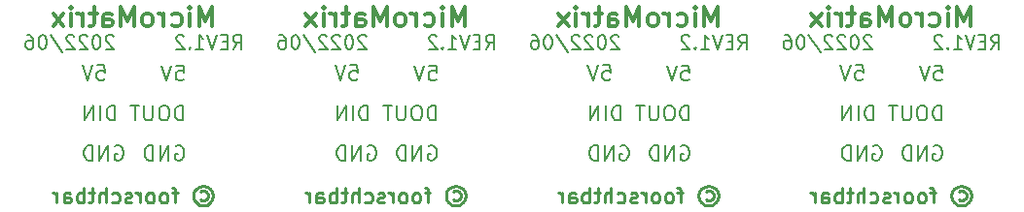
<source format=gbo>
G04 #@! TF.GenerationSoftware,KiCad,Pcbnew,(6.0.5)*
G04 #@! TF.CreationDate,2022-06-20T16:53:07+02:00*
G04 #@! TF.ProjectId,MicroMatrix_Panel,4d696372-6f4d-4617-9472-69785f50616e,1.2*
G04 #@! TF.SameCoordinates,Original*
G04 #@! TF.FileFunction,Legend,Bot*
G04 #@! TF.FilePolarity,Positive*
%FSLAX46Y46*%
G04 Gerber Fmt 4.6, Leading zero omitted, Abs format (unit mm)*
G04 Created by KiCad (PCBNEW (6.0.5)) date 2022-06-20 16:53:07*
%MOMM*%
%LPD*%
G01*
G04 APERTURE LIST*
%ADD10C,0.200000*%
%ADD11C,0.250000*%
%ADD12C,0.300000*%
G04 APERTURE END LIST*
D10*
X28735714Y-28788095D02*
X29354761Y-28788095D01*
X29416666Y-29407142D01*
X29354761Y-29345238D01*
X29230952Y-29283333D01*
X28921428Y-29283333D01*
X28797618Y-29345238D01*
X28735714Y-29407142D01*
X28673809Y-29530952D01*
X28673809Y-29840476D01*
X28735714Y-29964285D01*
X28797618Y-30026190D01*
X28921428Y-30088095D01*
X29230952Y-30088095D01*
X29354761Y-30026190D01*
X29416666Y-29964285D01*
X28302380Y-28788095D02*
X27869047Y-30088095D01*
X27435714Y-28788095D01*
X50735714Y-28788095D02*
X51354761Y-28788095D01*
X51416666Y-29407142D01*
X51354761Y-29345238D01*
X51230952Y-29283333D01*
X50921428Y-29283333D01*
X50797618Y-29345238D01*
X50735714Y-29407142D01*
X50673809Y-29530952D01*
X50673809Y-29840476D01*
X50735714Y-29964285D01*
X50797618Y-30026190D01*
X50921428Y-30088095D01*
X51230952Y-30088095D01*
X51354761Y-30026190D01*
X51416666Y-29964285D01*
X50302380Y-28788095D02*
X49869047Y-30088095D01*
X49435714Y-28788095D01*
X72735714Y-28788095D02*
X73354761Y-28788095D01*
X73416666Y-29407142D01*
X73354761Y-29345238D01*
X73230952Y-29283333D01*
X72921428Y-29283333D01*
X72797618Y-29345238D01*
X72735714Y-29407142D01*
X72673809Y-29530952D01*
X72673809Y-29840476D01*
X72735714Y-29964285D01*
X72797618Y-30026190D01*
X72921428Y-30088095D01*
X73230952Y-30088095D01*
X73354761Y-30026190D01*
X73416666Y-29964285D01*
X72302380Y-28788095D02*
X71869047Y-30088095D01*
X71435714Y-28788095D01*
X94735714Y-28788095D02*
X95354761Y-28788095D01*
X95416666Y-29407142D01*
X95354761Y-29345238D01*
X95230952Y-29283333D01*
X94921428Y-29283333D01*
X94797618Y-29345238D01*
X94735714Y-29407142D01*
X94673809Y-29530952D01*
X94673809Y-29840476D01*
X94735714Y-29964285D01*
X94797618Y-30026190D01*
X94921428Y-30088095D01*
X95230952Y-30088095D01*
X95354761Y-30026190D01*
X95416666Y-29964285D01*
X94302380Y-28788095D02*
X93869047Y-30088095D01*
X93435714Y-28788095D01*
X33673571Y-27342857D02*
X34073571Y-26771428D01*
X34359285Y-27342857D02*
X34359285Y-26142857D01*
X33902142Y-26142857D01*
X33787857Y-26200000D01*
X33730714Y-26257142D01*
X33673571Y-26371428D01*
X33673571Y-26542857D01*
X33730714Y-26657142D01*
X33787857Y-26714285D01*
X33902142Y-26771428D01*
X34359285Y-26771428D01*
X33159285Y-26714285D02*
X32759285Y-26714285D01*
X32587857Y-27342857D02*
X33159285Y-27342857D01*
X33159285Y-26142857D01*
X32587857Y-26142857D01*
X32245000Y-26142857D02*
X31845000Y-27342857D01*
X31445000Y-26142857D01*
X30416428Y-27342857D02*
X31102142Y-27342857D01*
X30759285Y-27342857D02*
X30759285Y-26142857D01*
X30873571Y-26314285D01*
X30987857Y-26428571D01*
X31102142Y-26485714D01*
X29902142Y-27228571D02*
X29845000Y-27285714D01*
X29902142Y-27342857D01*
X29959285Y-27285714D01*
X29902142Y-27228571D01*
X29902142Y-27342857D01*
X29387857Y-26257142D02*
X29330714Y-26200000D01*
X29216428Y-26142857D01*
X28930714Y-26142857D01*
X28816428Y-26200000D01*
X28759285Y-26257142D01*
X28702142Y-26371428D01*
X28702142Y-26485714D01*
X28759285Y-26657142D01*
X29445000Y-27342857D01*
X28702142Y-27342857D01*
X55673571Y-27342857D02*
X56073571Y-26771428D01*
X56359285Y-27342857D02*
X56359285Y-26142857D01*
X55902142Y-26142857D01*
X55787857Y-26200000D01*
X55730714Y-26257142D01*
X55673571Y-26371428D01*
X55673571Y-26542857D01*
X55730714Y-26657142D01*
X55787857Y-26714285D01*
X55902142Y-26771428D01*
X56359285Y-26771428D01*
X55159285Y-26714285D02*
X54759285Y-26714285D01*
X54587857Y-27342857D02*
X55159285Y-27342857D01*
X55159285Y-26142857D01*
X54587857Y-26142857D01*
X54245000Y-26142857D02*
X53845000Y-27342857D01*
X53445000Y-26142857D01*
X52416428Y-27342857D02*
X53102142Y-27342857D01*
X52759285Y-27342857D02*
X52759285Y-26142857D01*
X52873571Y-26314285D01*
X52987857Y-26428571D01*
X53102142Y-26485714D01*
X51902142Y-27228571D02*
X51845000Y-27285714D01*
X51902142Y-27342857D01*
X51959285Y-27285714D01*
X51902142Y-27228571D01*
X51902142Y-27342857D01*
X51387857Y-26257142D02*
X51330714Y-26200000D01*
X51216428Y-26142857D01*
X50930714Y-26142857D01*
X50816428Y-26200000D01*
X50759285Y-26257142D01*
X50702142Y-26371428D01*
X50702142Y-26485714D01*
X50759285Y-26657142D01*
X51445000Y-27342857D01*
X50702142Y-27342857D01*
X77673571Y-27342857D02*
X78073571Y-26771428D01*
X78359285Y-27342857D02*
X78359285Y-26142857D01*
X77902142Y-26142857D01*
X77787857Y-26200000D01*
X77730714Y-26257142D01*
X77673571Y-26371428D01*
X77673571Y-26542857D01*
X77730714Y-26657142D01*
X77787857Y-26714285D01*
X77902142Y-26771428D01*
X78359285Y-26771428D01*
X77159285Y-26714285D02*
X76759285Y-26714285D01*
X76587857Y-27342857D02*
X77159285Y-27342857D01*
X77159285Y-26142857D01*
X76587857Y-26142857D01*
X76245000Y-26142857D02*
X75845000Y-27342857D01*
X75445000Y-26142857D01*
X74416428Y-27342857D02*
X75102142Y-27342857D01*
X74759285Y-27342857D02*
X74759285Y-26142857D01*
X74873571Y-26314285D01*
X74987857Y-26428571D01*
X75102142Y-26485714D01*
X73902142Y-27228571D02*
X73845000Y-27285714D01*
X73902142Y-27342857D01*
X73959285Y-27285714D01*
X73902142Y-27228571D01*
X73902142Y-27342857D01*
X73387857Y-26257142D02*
X73330714Y-26200000D01*
X73216428Y-26142857D01*
X72930714Y-26142857D01*
X72816428Y-26200000D01*
X72759285Y-26257142D01*
X72702142Y-26371428D01*
X72702142Y-26485714D01*
X72759285Y-26657142D01*
X73445000Y-27342857D01*
X72702142Y-27342857D01*
X99673571Y-27342857D02*
X100073571Y-26771428D01*
X100359285Y-27342857D02*
X100359285Y-26142857D01*
X99902142Y-26142857D01*
X99787857Y-26200000D01*
X99730714Y-26257142D01*
X99673571Y-26371428D01*
X99673571Y-26542857D01*
X99730714Y-26657142D01*
X99787857Y-26714285D01*
X99902142Y-26771428D01*
X100359285Y-26771428D01*
X99159285Y-26714285D02*
X98759285Y-26714285D01*
X98587857Y-27342857D02*
X99159285Y-27342857D01*
X99159285Y-26142857D01*
X98587857Y-26142857D01*
X98245000Y-26142857D02*
X97845000Y-27342857D01*
X97445000Y-26142857D01*
X96416428Y-27342857D02*
X97102142Y-27342857D01*
X96759285Y-27342857D02*
X96759285Y-26142857D01*
X96873571Y-26314285D01*
X96987857Y-26428571D01*
X97102142Y-26485714D01*
X95902142Y-27228571D02*
X95845000Y-27285714D01*
X95902142Y-27342857D01*
X95959285Y-27285714D01*
X95902142Y-27228571D01*
X95902142Y-27342857D01*
X95387857Y-26257142D02*
X95330714Y-26200000D01*
X95216428Y-26142857D01*
X94930714Y-26142857D01*
X94816428Y-26200000D01*
X94759285Y-26257142D01*
X94702142Y-26371428D01*
X94702142Y-26485714D01*
X94759285Y-26657142D01*
X95445000Y-27342857D01*
X94702142Y-27342857D01*
X21853809Y-28768095D02*
X22472857Y-28768095D01*
X22534761Y-29387142D01*
X22472857Y-29325238D01*
X22349047Y-29263333D01*
X22039523Y-29263333D01*
X21915714Y-29325238D01*
X21853809Y-29387142D01*
X21791904Y-29510952D01*
X21791904Y-29820476D01*
X21853809Y-29944285D01*
X21915714Y-30006190D01*
X22039523Y-30068095D01*
X22349047Y-30068095D01*
X22472857Y-30006190D01*
X22534761Y-29944285D01*
X21420476Y-28768095D02*
X20987142Y-30068095D01*
X20553809Y-28768095D01*
X43853809Y-28768095D02*
X44472857Y-28768095D01*
X44534761Y-29387142D01*
X44472857Y-29325238D01*
X44349047Y-29263333D01*
X44039523Y-29263333D01*
X43915714Y-29325238D01*
X43853809Y-29387142D01*
X43791904Y-29510952D01*
X43791904Y-29820476D01*
X43853809Y-29944285D01*
X43915714Y-30006190D01*
X44039523Y-30068095D01*
X44349047Y-30068095D01*
X44472857Y-30006190D01*
X44534761Y-29944285D01*
X43420476Y-28768095D02*
X42987142Y-30068095D01*
X42553809Y-28768095D01*
X65853809Y-28768095D02*
X66472857Y-28768095D01*
X66534761Y-29387142D01*
X66472857Y-29325238D01*
X66349047Y-29263333D01*
X66039523Y-29263333D01*
X65915714Y-29325238D01*
X65853809Y-29387142D01*
X65791904Y-29510952D01*
X65791904Y-29820476D01*
X65853809Y-29944285D01*
X65915714Y-30006190D01*
X66039523Y-30068095D01*
X66349047Y-30068095D01*
X66472857Y-30006190D01*
X66534761Y-29944285D01*
X65420476Y-28768095D02*
X64987142Y-30068095D01*
X64553809Y-28768095D01*
X87853809Y-28768095D02*
X88472857Y-28768095D01*
X88534761Y-29387142D01*
X88472857Y-29325238D01*
X88349047Y-29263333D01*
X88039523Y-29263333D01*
X87915714Y-29325238D01*
X87853809Y-29387142D01*
X87791904Y-29510952D01*
X87791904Y-29820476D01*
X87853809Y-29944285D01*
X87915714Y-30006190D01*
X88039523Y-30068095D01*
X88349047Y-30068095D01*
X88472857Y-30006190D01*
X88534761Y-29944285D01*
X87420476Y-28768095D02*
X86987142Y-30068095D01*
X86553809Y-28768095D01*
D11*
X30819047Y-39797619D02*
X30942857Y-39735714D01*
X31190476Y-39735714D01*
X31314285Y-39797619D01*
X31438095Y-39921428D01*
X31500000Y-40045238D01*
X31500000Y-40292857D01*
X31438095Y-40416666D01*
X31314285Y-40540476D01*
X31190476Y-40602380D01*
X30942857Y-40602380D01*
X30819047Y-40540476D01*
X31066666Y-39302380D02*
X31376190Y-39364285D01*
X31685714Y-39550000D01*
X31871428Y-39859523D01*
X31933333Y-40169047D01*
X31871428Y-40478571D01*
X31685714Y-40788095D01*
X31376190Y-40973809D01*
X31066666Y-41035714D01*
X30757142Y-40973809D01*
X30447619Y-40788095D01*
X30261904Y-40478571D01*
X30200000Y-40169047D01*
X30261904Y-39859523D01*
X30447619Y-39550000D01*
X30757142Y-39364285D01*
X31066666Y-39302380D01*
X28838095Y-39921428D02*
X28342857Y-39921428D01*
X28652380Y-40788095D02*
X28652380Y-39673809D01*
X28590476Y-39550000D01*
X28466666Y-39488095D01*
X28342857Y-39488095D01*
X27723809Y-40788095D02*
X27847619Y-40726190D01*
X27909523Y-40664285D01*
X27971428Y-40540476D01*
X27971428Y-40169047D01*
X27909523Y-40045238D01*
X27847619Y-39983333D01*
X27723809Y-39921428D01*
X27538095Y-39921428D01*
X27414285Y-39983333D01*
X27352380Y-40045238D01*
X27290476Y-40169047D01*
X27290476Y-40540476D01*
X27352380Y-40664285D01*
X27414285Y-40726190D01*
X27538095Y-40788095D01*
X27723809Y-40788095D01*
X26547619Y-40788095D02*
X26671428Y-40726190D01*
X26733333Y-40664285D01*
X26795238Y-40540476D01*
X26795238Y-40169047D01*
X26733333Y-40045238D01*
X26671428Y-39983333D01*
X26547619Y-39921428D01*
X26361904Y-39921428D01*
X26238095Y-39983333D01*
X26176190Y-40045238D01*
X26114285Y-40169047D01*
X26114285Y-40540476D01*
X26176190Y-40664285D01*
X26238095Y-40726190D01*
X26361904Y-40788095D01*
X26547619Y-40788095D01*
X25557142Y-40788095D02*
X25557142Y-39921428D01*
X25557142Y-40169047D02*
X25495238Y-40045238D01*
X25433333Y-39983333D01*
X25309523Y-39921428D01*
X25185714Y-39921428D01*
X24814285Y-40726190D02*
X24690476Y-40788095D01*
X24442857Y-40788095D01*
X24319047Y-40726190D01*
X24257142Y-40602380D01*
X24257142Y-40540476D01*
X24319047Y-40416666D01*
X24442857Y-40354761D01*
X24628571Y-40354761D01*
X24752380Y-40292857D01*
X24814285Y-40169047D01*
X24814285Y-40107142D01*
X24752380Y-39983333D01*
X24628571Y-39921428D01*
X24442857Y-39921428D01*
X24319047Y-39983333D01*
X23142857Y-40726190D02*
X23266666Y-40788095D01*
X23514285Y-40788095D01*
X23638095Y-40726190D01*
X23700000Y-40664285D01*
X23761904Y-40540476D01*
X23761904Y-40169047D01*
X23700000Y-40045238D01*
X23638095Y-39983333D01*
X23514285Y-39921428D01*
X23266666Y-39921428D01*
X23142857Y-39983333D01*
X22585714Y-40788095D02*
X22585714Y-39488095D01*
X22028571Y-40788095D02*
X22028571Y-40107142D01*
X22090476Y-39983333D01*
X22214285Y-39921428D01*
X22400000Y-39921428D01*
X22523809Y-39983333D01*
X22585714Y-40045238D01*
X21595238Y-39921428D02*
X21100000Y-39921428D01*
X21409523Y-39488095D02*
X21409523Y-40602380D01*
X21347619Y-40726190D01*
X21223809Y-40788095D01*
X21100000Y-40788095D01*
X20666666Y-40788095D02*
X20666666Y-39488095D01*
X20666666Y-39983333D02*
X20542857Y-39921428D01*
X20295238Y-39921428D01*
X20171428Y-39983333D01*
X20109523Y-40045238D01*
X20047619Y-40169047D01*
X20047619Y-40540476D01*
X20109523Y-40664285D01*
X20171428Y-40726190D01*
X20295238Y-40788095D01*
X20542857Y-40788095D01*
X20666666Y-40726190D01*
X18933333Y-40788095D02*
X18933333Y-40107142D01*
X18995238Y-39983333D01*
X19119047Y-39921428D01*
X19366666Y-39921428D01*
X19490476Y-39983333D01*
X18933333Y-40726190D02*
X19057142Y-40788095D01*
X19366666Y-40788095D01*
X19490476Y-40726190D01*
X19552380Y-40602380D01*
X19552380Y-40478571D01*
X19490476Y-40354761D01*
X19366666Y-40292857D01*
X19057142Y-40292857D01*
X18933333Y-40230952D01*
X18314285Y-40788095D02*
X18314285Y-39921428D01*
X18314285Y-40169047D02*
X18252380Y-40045238D01*
X18190476Y-39983333D01*
X18066666Y-39921428D01*
X17942857Y-39921428D01*
X74819047Y-39797619D02*
X74942857Y-39735714D01*
X75190476Y-39735714D01*
X75314285Y-39797619D01*
X75438095Y-39921428D01*
X75500000Y-40045238D01*
X75500000Y-40292857D01*
X75438095Y-40416666D01*
X75314285Y-40540476D01*
X75190476Y-40602380D01*
X74942857Y-40602380D01*
X74819047Y-40540476D01*
X75066666Y-39302380D02*
X75376190Y-39364285D01*
X75685714Y-39550000D01*
X75871428Y-39859523D01*
X75933333Y-40169047D01*
X75871428Y-40478571D01*
X75685714Y-40788095D01*
X75376190Y-40973809D01*
X75066666Y-41035714D01*
X74757142Y-40973809D01*
X74447619Y-40788095D01*
X74261904Y-40478571D01*
X74200000Y-40169047D01*
X74261904Y-39859523D01*
X74447619Y-39550000D01*
X74757142Y-39364285D01*
X75066666Y-39302380D01*
X72838095Y-39921428D02*
X72342857Y-39921428D01*
X72652380Y-40788095D02*
X72652380Y-39673809D01*
X72590476Y-39550000D01*
X72466666Y-39488095D01*
X72342857Y-39488095D01*
X71723809Y-40788095D02*
X71847619Y-40726190D01*
X71909523Y-40664285D01*
X71971428Y-40540476D01*
X71971428Y-40169047D01*
X71909523Y-40045238D01*
X71847619Y-39983333D01*
X71723809Y-39921428D01*
X71538095Y-39921428D01*
X71414285Y-39983333D01*
X71352380Y-40045238D01*
X71290476Y-40169047D01*
X71290476Y-40540476D01*
X71352380Y-40664285D01*
X71414285Y-40726190D01*
X71538095Y-40788095D01*
X71723809Y-40788095D01*
X70547619Y-40788095D02*
X70671428Y-40726190D01*
X70733333Y-40664285D01*
X70795238Y-40540476D01*
X70795238Y-40169047D01*
X70733333Y-40045238D01*
X70671428Y-39983333D01*
X70547619Y-39921428D01*
X70361904Y-39921428D01*
X70238095Y-39983333D01*
X70176190Y-40045238D01*
X70114285Y-40169047D01*
X70114285Y-40540476D01*
X70176190Y-40664285D01*
X70238095Y-40726190D01*
X70361904Y-40788095D01*
X70547619Y-40788095D01*
X69557142Y-40788095D02*
X69557142Y-39921428D01*
X69557142Y-40169047D02*
X69495238Y-40045238D01*
X69433333Y-39983333D01*
X69309523Y-39921428D01*
X69185714Y-39921428D01*
X68814285Y-40726190D02*
X68690476Y-40788095D01*
X68442857Y-40788095D01*
X68319047Y-40726190D01*
X68257142Y-40602380D01*
X68257142Y-40540476D01*
X68319047Y-40416666D01*
X68442857Y-40354761D01*
X68628571Y-40354761D01*
X68752380Y-40292857D01*
X68814285Y-40169047D01*
X68814285Y-40107142D01*
X68752380Y-39983333D01*
X68628571Y-39921428D01*
X68442857Y-39921428D01*
X68319047Y-39983333D01*
X67142857Y-40726190D02*
X67266666Y-40788095D01*
X67514285Y-40788095D01*
X67638095Y-40726190D01*
X67700000Y-40664285D01*
X67761904Y-40540476D01*
X67761904Y-40169047D01*
X67700000Y-40045238D01*
X67638095Y-39983333D01*
X67514285Y-39921428D01*
X67266666Y-39921428D01*
X67142857Y-39983333D01*
X66585714Y-40788095D02*
X66585714Y-39488095D01*
X66028571Y-40788095D02*
X66028571Y-40107142D01*
X66090476Y-39983333D01*
X66214285Y-39921428D01*
X66400000Y-39921428D01*
X66523809Y-39983333D01*
X66585714Y-40045238D01*
X65595238Y-39921428D02*
X65100000Y-39921428D01*
X65409523Y-39488095D02*
X65409523Y-40602380D01*
X65347619Y-40726190D01*
X65223809Y-40788095D01*
X65100000Y-40788095D01*
X64666666Y-40788095D02*
X64666666Y-39488095D01*
X64666666Y-39983333D02*
X64542857Y-39921428D01*
X64295238Y-39921428D01*
X64171428Y-39983333D01*
X64109523Y-40045238D01*
X64047619Y-40169047D01*
X64047619Y-40540476D01*
X64109523Y-40664285D01*
X64171428Y-40726190D01*
X64295238Y-40788095D01*
X64542857Y-40788095D01*
X64666666Y-40726190D01*
X62933333Y-40788095D02*
X62933333Y-40107142D01*
X62995238Y-39983333D01*
X63119047Y-39921428D01*
X63366666Y-39921428D01*
X63490476Y-39983333D01*
X62933333Y-40726190D02*
X63057142Y-40788095D01*
X63366666Y-40788095D01*
X63490476Y-40726190D01*
X63552380Y-40602380D01*
X63552380Y-40478571D01*
X63490476Y-40354761D01*
X63366666Y-40292857D01*
X63057142Y-40292857D01*
X62933333Y-40230952D01*
X62314285Y-40788095D02*
X62314285Y-39921428D01*
X62314285Y-40169047D02*
X62252380Y-40045238D01*
X62190476Y-39983333D01*
X62066666Y-39921428D01*
X61942857Y-39921428D01*
X52819047Y-39797619D02*
X52942857Y-39735714D01*
X53190476Y-39735714D01*
X53314285Y-39797619D01*
X53438095Y-39921428D01*
X53500000Y-40045238D01*
X53500000Y-40292857D01*
X53438095Y-40416666D01*
X53314285Y-40540476D01*
X53190476Y-40602380D01*
X52942857Y-40602380D01*
X52819047Y-40540476D01*
X53066666Y-39302380D02*
X53376190Y-39364285D01*
X53685714Y-39550000D01*
X53871428Y-39859523D01*
X53933333Y-40169047D01*
X53871428Y-40478571D01*
X53685714Y-40788095D01*
X53376190Y-40973809D01*
X53066666Y-41035714D01*
X52757142Y-40973809D01*
X52447619Y-40788095D01*
X52261904Y-40478571D01*
X52200000Y-40169047D01*
X52261904Y-39859523D01*
X52447619Y-39550000D01*
X52757142Y-39364285D01*
X53066666Y-39302380D01*
X50838095Y-39921428D02*
X50342857Y-39921428D01*
X50652380Y-40788095D02*
X50652380Y-39673809D01*
X50590476Y-39550000D01*
X50466666Y-39488095D01*
X50342857Y-39488095D01*
X49723809Y-40788095D02*
X49847619Y-40726190D01*
X49909523Y-40664285D01*
X49971428Y-40540476D01*
X49971428Y-40169047D01*
X49909523Y-40045238D01*
X49847619Y-39983333D01*
X49723809Y-39921428D01*
X49538095Y-39921428D01*
X49414285Y-39983333D01*
X49352380Y-40045238D01*
X49290476Y-40169047D01*
X49290476Y-40540476D01*
X49352380Y-40664285D01*
X49414285Y-40726190D01*
X49538095Y-40788095D01*
X49723809Y-40788095D01*
X48547619Y-40788095D02*
X48671428Y-40726190D01*
X48733333Y-40664285D01*
X48795238Y-40540476D01*
X48795238Y-40169047D01*
X48733333Y-40045238D01*
X48671428Y-39983333D01*
X48547619Y-39921428D01*
X48361904Y-39921428D01*
X48238095Y-39983333D01*
X48176190Y-40045238D01*
X48114285Y-40169047D01*
X48114285Y-40540476D01*
X48176190Y-40664285D01*
X48238095Y-40726190D01*
X48361904Y-40788095D01*
X48547619Y-40788095D01*
X47557142Y-40788095D02*
X47557142Y-39921428D01*
X47557142Y-40169047D02*
X47495238Y-40045238D01*
X47433333Y-39983333D01*
X47309523Y-39921428D01*
X47185714Y-39921428D01*
X46814285Y-40726190D02*
X46690476Y-40788095D01*
X46442857Y-40788095D01*
X46319047Y-40726190D01*
X46257142Y-40602380D01*
X46257142Y-40540476D01*
X46319047Y-40416666D01*
X46442857Y-40354761D01*
X46628571Y-40354761D01*
X46752380Y-40292857D01*
X46814285Y-40169047D01*
X46814285Y-40107142D01*
X46752380Y-39983333D01*
X46628571Y-39921428D01*
X46442857Y-39921428D01*
X46319047Y-39983333D01*
X45142857Y-40726190D02*
X45266666Y-40788095D01*
X45514285Y-40788095D01*
X45638095Y-40726190D01*
X45700000Y-40664285D01*
X45761904Y-40540476D01*
X45761904Y-40169047D01*
X45700000Y-40045238D01*
X45638095Y-39983333D01*
X45514285Y-39921428D01*
X45266666Y-39921428D01*
X45142857Y-39983333D01*
X44585714Y-40788095D02*
X44585714Y-39488095D01*
X44028571Y-40788095D02*
X44028571Y-40107142D01*
X44090476Y-39983333D01*
X44214285Y-39921428D01*
X44400000Y-39921428D01*
X44523809Y-39983333D01*
X44585714Y-40045238D01*
X43595238Y-39921428D02*
X43100000Y-39921428D01*
X43409523Y-39488095D02*
X43409523Y-40602380D01*
X43347619Y-40726190D01*
X43223809Y-40788095D01*
X43100000Y-40788095D01*
X42666666Y-40788095D02*
X42666666Y-39488095D01*
X42666666Y-39983333D02*
X42542857Y-39921428D01*
X42295238Y-39921428D01*
X42171428Y-39983333D01*
X42109523Y-40045238D01*
X42047619Y-40169047D01*
X42047619Y-40540476D01*
X42109523Y-40664285D01*
X42171428Y-40726190D01*
X42295238Y-40788095D01*
X42542857Y-40788095D01*
X42666666Y-40726190D01*
X40933333Y-40788095D02*
X40933333Y-40107142D01*
X40995238Y-39983333D01*
X41119047Y-39921428D01*
X41366666Y-39921428D01*
X41490476Y-39983333D01*
X40933333Y-40726190D02*
X41057142Y-40788095D01*
X41366666Y-40788095D01*
X41490476Y-40726190D01*
X41552380Y-40602380D01*
X41552380Y-40478571D01*
X41490476Y-40354761D01*
X41366666Y-40292857D01*
X41057142Y-40292857D01*
X40933333Y-40230952D01*
X40314285Y-40788095D02*
X40314285Y-39921428D01*
X40314285Y-40169047D02*
X40252380Y-40045238D01*
X40190476Y-39983333D01*
X40066666Y-39921428D01*
X39942857Y-39921428D01*
X96819047Y-39797619D02*
X96942857Y-39735714D01*
X97190476Y-39735714D01*
X97314285Y-39797619D01*
X97438095Y-39921428D01*
X97500000Y-40045238D01*
X97500000Y-40292857D01*
X97438095Y-40416666D01*
X97314285Y-40540476D01*
X97190476Y-40602380D01*
X96942857Y-40602380D01*
X96819047Y-40540476D01*
X97066666Y-39302380D02*
X97376190Y-39364285D01*
X97685714Y-39550000D01*
X97871428Y-39859523D01*
X97933333Y-40169047D01*
X97871428Y-40478571D01*
X97685714Y-40788095D01*
X97376190Y-40973809D01*
X97066666Y-41035714D01*
X96757142Y-40973809D01*
X96447619Y-40788095D01*
X96261904Y-40478571D01*
X96200000Y-40169047D01*
X96261904Y-39859523D01*
X96447619Y-39550000D01*
X96757142Y-39364285D01*
X97066666Y-39302380D01*
X94838095Y-39921428D02*
X94342857Y-39921428D01*
X94652380Y-40788095D02*
X94652380Y-39673809D01*
X94590476Y-39550000D01*
X94466666Y-39488095D01*
X94342857Y-39488095D01*
X93723809Y-40788095D02*
X93847619Y-40726190D01*
X93909523Y-40664285D01*
X93971428Y-40540476D01*
X93971428Y-40169047D01*
X93909523Y-40045238D01*
X93847619Y-39983333D01*
X93723809Y-39921428D01*
X93538095Y-39921428D01*
X93414285Y-39983333D01*
X93352380Y-40045238D01*
X93290476Y-40169047D01*
X93290476Y-40540476D01*
X93352380Y-40664285D01*
X93414285Y-40726190D01*
X93538095Y-40788095D01*
X93723809Y-40788095D01*
X92547619Y-40788095D02*
X92671428Y-40726190D01*
X92733333Y-40664285D01*
X92795238Y-40540476D01*
X92795238Y-40169047D01*
X92733333Y-40045238D01*
X92671428Y-39983333D01*
X92547619Y-39921428D01*
X92361904Y-39921428D01*
X92238095Y-39983333D01*
X92176190Y-40045238D01*
X92114285Y-40169047D01*
X92114285Y-40540476D01*
X92176190Y-40664285D01*
X92238095Y-40726190D01*
X92361904Y-40788095D01*
X92547619Y-40788095D01*
X91557142Y-40788095D02*
X91557142Y-39921428D01*
X91557142Y-40169047D02*
X91495238Y-40045238D01*
X91433333Y-39983333D01*
X91309523Y-39921428D01*
X91185714Y-39921428D01*
X90814285Y-40726190D02*
X90690476Y-40788095D01*
X90442857Y-40788095D01*
X90319047Y-40726190D01*
X90257142Y-40602380D01*
X90257142Y-40540476D01*
X90319047Y-40416666D01*
X90442857Y-40354761D01*
X90628571Y-40354761D01*
X90752380Y-40292857D01*
X90814285Y-40169047D01*
X90814285Y-40107142D01*
X90752380Y-39983333D01*
X90628571Y-39921428D01*
X90442857Y-39921428D01*
X90319047Y-39983333D01*
X89142857Y-40726190D02*
X89266666Y-40788095D01*
X89514285Y-40788095D01*
X89638095Y-40726190D01*
X89699999Y-40664285D01*
X89761904Y-40540476D01*
X89761904Y-40169047D01*
X89699999Y-40045238D01*
X89638095Y-39983333D01*
X89514285Y-39921428D01*
X89266666Y-39921428D01*
X89142857Y-39983333D01*
X88585714Y-40788095D02*
X88585714Y-39488095D01*
X88028571Y-40788095D02*
X88028571Y-40107142D01*
X88090476Y-39983333D01*
X88214285Y-39921428D01*
X88399999Y-39921428D01*
X88523809Y-39983333D01*
X88585714Y-40045238D01*
X87595238Y-39921428D02*
X87099999Y-39921428D01*
X87409523Y-39488095D02*
X87409523Y-40602380D01*
X87347619Y-40726190D01*
X87223809Y-40788095D01*
X87099999Y-40788095D01*
X86666666Y-40788095D02*
X86666666Y-39488095D01*
X86666666Y-39983333D02*
X86542857Y-39921428D01*
X86295238Y-39921428D01*
X86171428Y-39983333D01*
X86109523Y-40045238D01*
X86047619Y-40169047D01*
X86047619Y-40540476D01*
X86109523Y-40664285D01*
X86171428Y-40726190D01*
X86295238Y-40788095D01*
X86542857Y-40788095D01*
X86666666Y-40726190D01*
X84933333Y-40788095D02*
X84933333Y-40107142D01*
X84995238Y-39983333D01*
X85119047Y-39921428D01*
X85366666Y-39921428D01*
X85490476Y-39983333D01*
X84933333Y-40726190D02*
X85057142Y-40788095D01*
X85366666Y-40788095D01*
X85490476Y-40726190D01*
X85552380Y-40602380D01*
X85552380Y-40478571D01*
X85490476Y-40354761D01*
X85366666Y-40292857D01*
X85057142Y-40292857D01*
X84933333Y-40230952D01*
X84314285Y-40788095D02*
X84314285Y-39921428D01*
X84314285Y-40169047D02*
X84252380Y-40045238D01*
X84190476Y-39983333D01*
X84066666Y-39921428D01*
X83942857Y-39921428D01*
D10*
X23401428Y-33588095D02*
X23401428Y-32288095D01*
X23091904Y-32288095D01*
X22906190Y-32350000D01*
X22782380Y-32473809D01*
X22720476Y-32597619D01*
X22658571Y-32845238D01*
X22658571Y-33030952D01*
X22720476Y-33278571D01*
X22782380Y-33402380D01*
X22906190Y-33526190D01*
X23091904Y-33588095D01*
X23401428Y-33588095D01*
X22101428Y-33588095D02*
X22101428Y-32288095D01*
X21482380Y-33588095D02*
X21482380Y-32288095D01*
X20739523Y-33588095D01*
X20739523Y-32288095D01*
X67401428Y-33588095D02*
X67401428Y-32288095D01*
X67091904Y-32288095D01*
X66906190Y-32350000D01*
X66782380Y-32473809D01*
X66720476Y-32597619D01*
X66658571Y-32845238D01*
X66658571Y-33030952D01*
X66720476Y-33278571D01*
X66782380Y-33402380D01*
X66906190Y-33526190D01*
X67091904Y-33588095D01*
X67401428Y-33588095D01*
X66101428Y-33588095D02*
X66101428Y-32288095D01*
X65482380Y-33588095D02*
X65482380Y-32288095D01*
X64739523Y-33588095D01*
X64739523Y-32288095D01*
X45401428Y-33588095D02*
X45401428Y-32288095D01*
X45091904Y-32288095D01*
X44906190Y-32350000D01*
X44782380Y-32473809D01*
X44720476Y-32597619D01*
X44658571Y-32845238D01*
X44658571Y-33030952D01*
X44720476Y-33278571D01*
X44782380Y-33402380D01*
X44906190Y-33526190D01*
X45091904Y-33588095D01*
X45401428Y-33588095D01*
X44101428Y-33588095D02*
X44101428Y-32288095D01*
X43482380Y-33588095D02*
X43482380Y-32288095D01*
X42739523Y-33588095D01*
X42739523Y-32288095D01*
X89401428Y-33588095D02*
X89401428Y-32288095D01*
X89091904Y-32288095D01*
X88906190Y-32350000D01*
X88782380Y-32473809D01*
X88720476Y-32597619D01*
X88658571Y-32845238D01*
X88658571Y-33030952D01*
X88720476Y-33278571D01*
X88782380Y-33402380D01*
X88906190Y-33526190D01*
X89091904Y-33588095D01*
X89401428Y-33588095D01*
X88101428Y-33588095D02*
X88101428Y-32288095D01*
X87482380Y-33588095D02*
X87482380Y-32288095D01*
X86739523Y-33588095D01*
X86739523Y-32288095D01*
X29334761Y-33588095D02*
X29334761Y-32288095D01*
X29025238Y-32288095D01*
X28839523Y-32350000D01*
X28715714Y-32473809D01*
X28653809Y-32597619D01*
X28591904Y-32845238D01*
X28591904Y-33030952D01*
X28653809Y-33278571D01*
X28715714Y-33402380D01*
X28839523Y-33526190D01*
X29025238Y-33588095D01*
X29334761Y-33588095D01*
X27787142Y-32288095D02*
X27539523Y-32288095D01*
X27415714Y-32350000D01*
X27291904Y-32473809D01*
X27230000Y-32721428D01*
X27230000Y-33154761D01*
X27291904Y-33402380D01*
X27415714Y-33526190D01*
X27539523Y-33588095D01*
X27787142Y-33588095D01*
X27910952Y-33526190D01*
X28034761Y-33402380D01*
X28096666Y-33154761D01*
X28096666Y-32721428D01*
X28034761Y-32473809D01*
X27910952Y-32350000D01*
X27787142Y-32288095D01*
X26672857Y-32288095D02*
X26672857Y-33340476D01*
X26610952Y-33464285D01*
X26549047Y-33526190D01*
X26425238Y-33588095D01*
X26177619Y-33588095D01*
X26053809Y-33526190D01*
X25991904Y-33464285D01*
X25930000Y-33340476D01*
X25930000Y-32288095D01*
X25496666Y-32288095D02*
X24753809Y-32288095D01*
X25125238Y-33588095D02*
X25125238Y-32288095D01*
X73334761Y-33588095D02*
X73334761Y-32288095D01*
X73025238Y-32288095D01*
X72839523Y-32350000D01*
X72715714Y-32473809D01*
X72653809Y-32597619D01*
X72591904Y-32845238D01*
X72591904Y-33030952D01*
X72653809Y-33278571D01*
X72715714Y-33402380D01*
X72839523Y-33526190D01*
X73025238Y-33588095D01*
X73334761Y-33588095D01*
X71787142Y-32288095D02*
X71539523Y-32288095D01*
X71415714Y-32350000D01*
X71291904Y-32473809D01*
X71230000Y-32721428D01*
X71230000Y-33154761D01*
X71291904Y-33402380D01*
X71415714Y-33526190D01*
X71539523Y-33588095D01*
X71787142Y-33588095D01*
X71910952Y-33526190D01*
X72034761Y-33402380D01*
X72096666Y-33154761D01*
X72096666Y-32721428D01*
X72034761Y-32473809D01*
X71910952Y-32350000D01*
X71787142Y-32288095D01*
X70672857Y-32288095D02*
X70672857Y-33340476D01*
X70610952Y-33464285D01*
X70549047Y-33526190D01*
X70425238Y-33588095D01*
X70177619Y-33588095D01*
X70053809Y-33526190D01*
X69991904Y-33464285D01*
X69930000Y-33340476D01*
X69930000Y-32288095D01*
X69496666Y-32288095D02*
X68753809Y-32288095D01*
X69125238Y-33588095D02*
X69125238Y-32288095D01*
X51334761Y-33588095D02*
X51334761Y-32288095D01*
X51025238Y-32288095D01*
X50839523Y-32350000D01*
X50715714Y-32473809D01*
X50653809Y-32597619D01*
X50591904Y-32845238D01*
X50591904Y-33030952D01*
X50653809Y-33278571D01*
X50715714Y-33402380D01*
X50839523Y-33526190D01*
X51025238Y-33588095D01*
X51334761Y-33588095D01*
X49787142Y-32288095D02*
X49539523Y-32288095D01*
X49415714Y-32350000D01*
X49291904Y-32473809D01*
X49230000Y-32721428D01*
X49230000Y-33154761D01*
X49291904Y-33402380D01*
X49415714Y-33526190D01*
X49539523Y-33588095D01*
X49787142Y-33588095D01*
X49910952Y-33526190D01*
X50034761Y-33402380D01*
X50096666Y-33154761D01*
X50096666Y-32721428D01*
X50034761Y-32473809D01*
X49910952Y-32350000D01*
X49787142Y-32288095D01*
X48672857Y-32288095D02*
X48672857Y-33340476D01*
X48610952Y-33464285D01*
X48549047Y-33526190D01*
X48425238Y-33588095D01*
X48177619Y-33588095D01*
X48053809Y-33526190D01*
X47991904Y-33464285D01*
X47930000Y-33340476D01*
X47930000Y-32288095D01*
X47496666Y-32288095D02*
X46753809Y-32288095D01*
X47125238Y-33588095D02*
X47125238Y-32288095D01*
X95334761Y-33588095D02*
X95334761Y-32288095D01*
X95025238Y-32288095D01*
X94839523Y-32350000D01*
X94715714Y-32473809D01*
X94653809Y-32597619D01*
X94591904Y-32845238D01*
X94591904Y-33030952D01*
X94653809Y-33278571D01*
X94715714Y-33402380D01*
X94839523Y-33526190D01*
X95025238Y-33588095D01*
X95334761Y-33588095D01*
X93787142Y-32288095D02*
X93539523Y-32288095D01*
X93415714Y-32350000D01*
X93291904Y-32473809D01*
X93230000Y-32721428D01*
X93230000Y-33154761D01*
X93291904Y-33402380D01*
X93415714Y-33526190D01*
X93539523Y-33588095D01*
X93787142Y-33588095D01*
X93910952Y-33526190D01*
X94034761Y-33402380D01*
X94096666Y-33154761D01*
X94096666Y-32721428D01*
X94034761Y-32473809D01*
X93910952Y-32350000D01*
X93787142Y-32288095D01*
X92672857Y-32288095D02*
X92672857Y-33340476D01*
X92610952Y-33464285D01*
X92549047Y-33526190D01*
X92425238Y-33588095D01*
X92177619Y-33588095D01*
X92053809Y-33526190D01*
X91991904Y-33464285D01*
X91930000Y-33340476D01*
X91930000Y-32288095D01*
X91496666Y-32288095D02*
X90753809Y-32288095D01*
X91125238Y-33588095D02*
X91125238Y-32288095D01*
X23401428Y-35850000D02*
X23525238Y-35788095D01*
X23710952Y-35788095D01*
X23896666Y-35850000D01*
X24020476Y-35973809D01*
X24082380Y-36097619D01*
X24144285Y-36345238D01*
X24144285Y-36530952D01*
X24082380Y-36778571D01*
X24020476Y-36902380D01*
X23896666Y-37026190D01*
X23710952Y-37088095D01*
X23587142Y-37088095D01*
X23401428Y-37026190D01*
X23339523Y-36964285D01*
X23339523Y-36530952D01*
X23587142Y-36530952D01*
X22782380Y-37088095D02*
X22782380Y-35788095D01*
X22039523Y-37088095D01*
X22039523Y-35788095D01*
X21420476Y-37088095D02*
X21420476Y-35788095D01*
X21110952Y-35788095D01*
X20925238Y-35850000D01*
X20801428Y-35973809D01*
X20739523Y-36097619D01*
X20677619Y-36345238D01*
X20677619Y-36530952D01*
X20739523Y-36778571D01*
X20801428Y-36902380D01*
X20925238Y-37026190D01*
X21110952Y-37088095D01*
X21420476Y-37088095D01*
X45401428Y-35850000D02*
X45525238Y-35788095D01*
X45710952Y-35788095D01*
X45896666Y-35850000D01*
X46020476Y-35973809D01*
X46082380Y-36097619D01*
X46144285Y-36345238D01*
X46144285Y-36530952D01*
X46082380Y-36778571D01*
X46020476Y-36902380D01*
X45896666Y-37026190D01*
X45710952Y-37088095D01*
X45587142Y-37088095D01*
X45401428Y-37026190D01*
X45339523Y-36964285D01*
X45339523Y-36530952D01*
X45587142Y-36530952D01*
X44782380Y-37088095D02*
X44782380Y-35788095D01*
X44039523Y-37088095D01*
X44039523Y-35788095D01*
X43420476Y-37088095D02*
X43420476Y-35788095D01*
X43110952Y-35788095D01*
X42925238Y-35850000D01*
X42801428Y-35973809D01*
X42739523Y-36097619D01*
X42677619Y-36345238D01*
X42677619Y-36530952D01*
X42739523Y-36778571D01*
X42801428Y-36902380D01*
X42925238Y-37026190D01*
X43110952Y-37088095D01*
X43420476Y-37088095D01*
X67401428Y-35850000D02*
X67525238Y-35788095D01*
X67710952Y-35788095D01*
X67896666Y-35850000D01*
X68020476Y-35973809D01*
X68082380Y-36097619D01*
X68144285Y-36345238D01*
X68144285Y-36530952D01*
X68082380Y-36778571D01*
X68020476Y-36902380D01*
X67896666Y-37026190D01*
X67710952Y-37088095D01*
X67587142Y-37088095D01*
X67401428Y-37026190D01*
X67339523Y-36964285D01*
X67339523Y-36530952D01*
X67587142Y-36530952D01*
X66782380Y-37088095D02*
X66782380Y-35788095D01*
X66039523Y-37088095D01*
X66039523Y-35788095D01*
X65420476Y-37088095D02*
X65420476Y-35788095D01*
X65110952Y-35788095D01*
X64925238Y-35850000D01*
X64801428Y-35973809D01*
X64739523Y-36097619D01*
X64677619Y-36345238D01*
X64677619Y-36530952D01*
X64739523Y-36778571D01*
X64801428Y-36902380D01*
X64925238Y-37026190D01*
X65110952Y-37088095D01*
X65420476Y-37088095D01*
X89401428Y-35850000D02*
X89525238Y-35788095D01*
X89710952Y-35788095D01*
X89896666Y-35850000D01*
X90020476Y-35973809D01*
X90082380Y-36097619D01*
X90144285Y-36345238D01*
X90144285Y-36530952D01*
X90082380Y-36778571D01*
X90020476Y-36902380D01*
X89896666Y-37026190D01*
X89710952Y-37088095D01*
X89587142Y-37088095D01*
X89401428Y-37026190D01*
X89339523Y-36964285D01*
X89339523Y-36530952D01*
X89587142Y-36530952D01*
X88782380Y-37088095D02*
X88782380Y-35788095D01*
X88039523Y-37088095D01*
X88039523Y-35788095D01*
X87420476Y-37088095D02*
X87420476Y-35788095D01*
X87110952Y-35788095D01*
X86925238Y-35850000D01*
X86801428Y-35973809D01*
X86739523Y-36097619D01*
X86677619Y-36345238D01*
X86677619Y-36530952D01*
X86739523Y-36778571D01*
X86801428Y-36902380D01*
X86925238Y-37026190D01*
X87110952Y-37088095D01*
X87420476Y-37088095D01*
X28673809Y-35850000D02*
X28797618Y-35788095D01*
X28983333Y-35788095D01*
X29169047Y-35850000D01*
X29292856Y-35973809D01*
X29354761Y-36097619D01*
X29416666Y-36345238D01*
X29416666Y-36530952D01*
X29354761Y-36778571D01*
X29292856Y-36902380D01*
X29169047Y-37026190D01*
X28983333Y-37088095D01*
X28859523Y-37088095D01*
X28673809Y-37026190D01*
X28611904Y-36964285D01*
X28611904Y-36530952D01*
X28859523Y-36530952D01*
X28054761Y-37088095D02*
X28054761Y-35788095D01*
X27311904Y-37088095D01*
X27311904Y-35788095D01*
X26692856Y-37088095D02*
X26692856Y-35788095D01*
X26383333Y-35788095D01*
X26197618Y-35850000D01*
X26073809Y-35973809D01*
X26011904Y-36097619D01*
X25949999Y-36345238D01*
X25949999Y-36530952D01*
X26011904Y-36778571D01*
X26073809Y-36902380D01*
X26197618Y-37026190D01*
X26383333Y-37088095D01*
X26692856Y-37088095D01*
X50673809Y-35850000D02*
X50797618Y-35788095D01*
X50983333Y-35788095D01*
X51169047Y-35850000D01*
X51292856Y-35973809D01*
X51354761Y-36097619D01*
X51416666Y-36345238D01*
X51416666Y-36530952D01*
X51354761Y-36778571D01*
X51292856Y-36902380D01*
X51169047Y-37026190D01*
X50983333Y-37088095D01*
X50859523Y-37088095D01*
X50673809Y-37026190D01*
X50611904Y-36964285D01*
X50611904Y-36530952D01*
X50859523Y-36530952D01*
X50054761Y-37088095D02*
X50054761Y-35788095D01*
X49311904Y-37088095D01*
X49311904Y-35788095D01*
X48692856Y-37088095D02*
X48692856Y-35788095D01*
X48383333Y-35788095D01*
X48197618Y-35850000D01*
X48073809Y-35973809D01*
X48011904Y-36097619D01*
X47949999Y-36345238D01*
X47949999Y-36530952D01*
X48011904Y-36778571D01*
X48073809Y-36902380D01*
X48197618Y-37026190D01*
X48383333Y-37088095D01*
X48692856Y-37088095D01*
X72673809Y-35850000D02*
X72797618Y-35788095D01*
X72983333Y-35788095D01*
X73169047Y-35850000D01*
X73292856Y-35973809D01*
X73354761Y-36097619D01*
X73416666Y-36345238D01*
X73416666Y-36530952D01*
X73354761Y-36778571D01*
X73292856Y-36902380D01*
X73169047Y-37026190D01*
X72983333Y-37088095D01*
X72859523Y-37088095D01*
X72673809Y-37026190D01*
X72611904Y-36964285D01*
X72611904Y-36530952D01*
X72859523Y-36530952D01*
X72054761Y-37088095D02*
X72054761Y-35788095D01*
X71311904Y-37088095D01*
X71311904Y-35788095D01*
X70692856Y-37088095D02*
X70692856Y-35788095D01*
X70383333Y-35788095D01*
X70197618Y-35850000D01*
X70073809Y-35973809D01*
X70011904Y-36097619D01*
X69949999Y-36345238D01*
X69949999Y-36530952D01*
X70011904Y-36778571D01*
X70073809Y-36902380D01*
X70197618Y-37026190D01*
X70383333Y-37088095D01*
X70692856Y-37088095D01*
X94673809Y-35850000D02*
X94797618Y-35788095D01*
X94983333Y-35788095D01*
X95169047Y-35850000D01*
X95292856Y-35973809D01*
X95354761Y-36097619D01*
X95416666Y-36345238D01*
X95416666Y-36530952D01*
X95354761Y-36778571D01*
X95292856Y-36902380D01*
X95169047Y-37026190D01*
X94983333Y-37088095D01*
X94859523Y-37088095D01*
X94673809Y-37026190D01*
X94611904Y-36964285D01*
X94611904Y-36530952D01*
X94859523Y-36530952D01*
X94054761Y-37088095D02*
X94054761Y-35788095D01*
X93311904Y-37088095D01*
X93311904Y-35788095D01*
X92692856Y-37088095D02*
X92692856Y-35788095D01*
X92383333Y-35788095D01*
X92197618Y-35850000D01*
X92073809Y-35973809D01*
X92011904Y-36097619D01*
X91949999Y-36345238D01*
X91949999Y-36530952D01*
X92011904Y-36778571D01*
X92073809Y-36902380D01*
X92197618Y-37026190D01*
X92383333Y-37088095D01*
X92692856Y-37088095D01*
D12*
X31840476Y-25369047D02*
X31840476Y-23669047D01*
X31273809Y-24883333D01*
X30707142Y-23669047D01*
X30707142Y-25369047D01*
X29897619Y-25369047D02*
X29897619Y-24235714D01*
X29897619Y-23669047D02*
X29978571Y-23750000D01*
X29897619Y-23830952D01*
X29816666Y-23750000D01*
X29897619Y-23669047D01*
X29897619Y-23830952D01*
X28359523Y-25288095D02*
X28521428Y-25369047D01*
X28845238Y-25369047D01*
X29007142Y-25288095D01*
X29088095Y-25207142D01*
X29169047Y-25045238D01*
X29169047Y-24559523D01*
X29088095Y-24397619D01*
X29007142Y-24316666D01*
X28845238Y-24235714D01*
X28521428Y-24235714D01*
X28359523Y-24316666D01*
X27630952Y-25369047D02*
X27630952Y-24235714D01*
X27630952Y-24559523D02*
X27550000Y-24397619D01*
X27469047Y-24316666D01*
X27307142Y-24235714D01*
X27145238Y-24235714D01*
X26335714Y-25369047D02*
X26497619Y-25288095D01*
X26578571Y-25207142D01*
X26659523Y-25045238D01*
X26659523Y-24559523D01*
X26578571Y-24397619D01*
X26497619Y-24316666D01*
X26335714Y-24235714D01*
X26092857Y-24235714D01*
X25930952Y-24316666D01*
X25850000Y-24397619D01*
X25769047Y-24559523D01*
X25769047Y-25045238D01*
X25850000Y-25207142D01*
X25930952Y-25288095D01*
X26092857Y-25369047D01*
X26335714Y-25369047D01*
X25040476Y-25369047D02*
X25040476Y-23669047D01*
X24473809Y-24883333D01*
X23907142Y-23669047D01*
X23907142Y-25369047D01*
X22369047Y-25369047D02*
X22369047Y-24478571D01*
X22450000Y-24316666D01*
X22611904Y-24235714D01*
X22935714Y-24235714D01*
X23097619Y-24316666D01*
X22369047Y-25288095D02*
X22530952Y-25369047D01*
X22935714Y-25369047D01*
X23097619Y-25288095D01*
X23178571Y-25126190D01*
X23178571Y-24964285D01*
X23097619Y-24802380D01*
X22935714Y-24721428D01*
X22530952Y-24721428D01*
X22369047Y-24640476D01*
X21802380Y-24235714D02*
X21154761Y-24235714D01*
X21559523Y-23669047D02*
X21559523Y-25126190D01*
X21478571Y-25288095D01*
X21316666Y-25369047D01*
X21154761Y-25369047D01*
X20588095Y-25369047D02*
X20588095Y-24235714D01*
X20588095Y-24559523D02*
X20507142Y-24397619D01*
X20426190Y-24316666D01*
X20264285Y-24235714D01*
X20102380Y-24235714D01*
X19535714Y-25369047D02*
X19535714Y-24235714D01*
X19535714Y-23669047D02*
X19616666Y-23750000D01*
X19535714Y-23830952D01*
X19454761Y-23750000D01*
X19535714Y-23669047D01*
X19535714Y-23830952D01*
X18888095Y-25369047D02*
X17997619Y-24235714D01*
X18888095Y-24235714D02*
X17997619Y-25369047D01*
X53840476Y-25369047D02*
X53840476Y-23669047D01*
X53273809Y-24883333D01*
X52707142Y-23669047D01*
X52707142Y-25369047D01*
X51897619Y-25369047D02*
X51897619Y-24235714D01*
X51897619Y-23669047D02*
X51978571Y-23750000D01*
X51897619Y-23830952D01*
X51816666Y-23750000D01*
X51897619Y-23669047D01*
X51897619Y-23830952D01*
X50359523Y-25288095D02*
X50521428Y-25369047D01*
X50845238Y-25369047D01*
X51007142Y-25288095D01*
X51088095Y-25207142D01*
X51169047Y-25045238D01*
X51169047Y-24559523D01*
X51088095Y-24397619D01*
X51007142Y-24316666D01*
X50845238Y-24235714D01*
X50521428Y-24235714D01*
X50359523Y-24316666D01*
X49630952Y-25369047D02*
X49630952Y-24235714D01*
X49630952Y-24559523D02*
X49550000Y-24397619D01*
X49469047Y-24316666D01*
X49307142Y-24235714D01*
X49145238Y-24235714D01*
X48335714Y-25369047D02*
X48497619Y-25288095D01*
X48578571Y-25207142D01*
X48659523Y-25045238D01*
X48659523Y-24559523D01*
X48578571Y-24397619D01*
X48497619Y-24316666D01*
X48335714Y-24235714D01*
X48092857Y-24235714D01*
X47930952Y-24316666D01*
X47850000Y-24397619D01*
X47769047Y-24559523D01*
X47769047Y-25045238D01*
X47850000Y-25207142D01*
X47930952Y-25288095D01*
X48092857Y-25369047D01*
X48335714Y-25369047D01*
X47040476Y-25369047D02*
X47040476Y-23669047D01*
X46473809Y-24883333D01*
X45907142Y-23669047D01*
X45907142Y-25369047D01*
X44369047Y-25369047D02*
X44369047Y-24478571D01*
X44450000Y-24316666D01*
X44611904Y-24235714D01*
X44935714Y-24235714D01*
X45097619Y-24316666D01*
X44369047Y-25288095D02*
X44530952Y-25369047D01*
X44935714Y-25369047D01*
X45097619Y-25288095D01*
X45178571Y-25126190D01*
X45178571Y-24964285D01*
X45097619Y-24802380D01*
X44935714Y-24721428D01*
X44530952Y-24721428D01*
X44369047Y-24640476D01*
X43802380Y-24235714D02*
X43154761Y-24235714D01*
X43559523Y-23669047D02*
X43559523Y-25126190D01*
X43478571Y-25288095D01*
X43316666Y-25369047D01*
X43154761Y-25369047D01*
X42588095Y-25369047D02*
X42588095Y-24235714D01*
X42588095Y-24559523D02*
X42507142Y-24397619D01*
X42426190Y-24316666D01*
X42264285Y-24235714D01*
X42102380Y-24235714D01*
X41535714Y-25369047D02*
X41535714Y-24235714D01*
X41535714Y-23669047D02*
X41616666Y-23750000D01*
X41535714Y-23830952D01*
X41454761Y-23750000D01*
X41535714Y-23669047D01*
X41535714Y-23830952D01*
X40888095Y-25369047D02*
X39997619Y-24235714D01*
X40888095Y-24235714D02*
X39997619Y-25369047D01*
X75840476Y-25369047D02*
X75840476Y-23669047D01*
X75273809Y-24883333D01*
X74707142Y-23669047D01*
X74707142Y-25369047D01*
X73897619Y-25369047D02*
X73897619Y-24235714D01*
X73897619Y-23669047D02*
X73978571Y-23750000D01*
X73897619Y-23830952D01*
X73816666Y-23750000D01*
X73897619Y-23669047D01*
X73897619Y-23830952D01*
X72359523Y-25288095D02*
X72521428Y-25369047D01*
X72845238Y-25369047D01*
X73007142Y-25288095D01*
X73088095Y-25207142D01*
X73169047Y-25045238D01*
X73169047Y-24559523D01*
X73088095Y-24397619D01*
X73007142Y-24316666D01*
X72845238Y-24235714D01*
X72521428Y-24235714D01*
X72359523Y-24316666D01*
X71630952Y-25369047D02*
X71630952Y-24235714D01*
X71630952Y-24559523D02*
X71550000Y-24397619D01*
X71469047Y-24316666D01*
X71307142Y-24235714D01*
X71145238Y-24235714D01*
X70335714Y-25369047D02*
X70497619Y-25288095D01*
X70578571Y-25207142D01*
X70659523Y-25045238D01*
X70659523Y-24559523D01*
X70578571Y-24397619D01*
X70497619Y-24316666D01*
X70335714Y-24235714D01*
X70092857Y-24235714D01*
X69930952Y-24316666D01*
X69850000Y-24397619D01*
X69769047Y-24559523D01*
X69769047Y-25045238D01*
X69850000Y-25207142D01*
X69930952Y-25288095D01*
X70092857Y-25369047D01*
X70335714Y-25369047D01*
X69040476Y-25369047D02*
X69040476Y-23669047D01*
X68473809Y-24883333D01*
X67907142Y-23669047D01*
X67907142Y-25369047D01*
X66369047Y-25369047D02*
X66369047Y-24478571D01*
X66450000Y-24316666D01*
X66611904Y-24235714D01*
X66935714Y-24235714D01*
X67097619Y-24316666D01*
X66369047Y-25288095D02*
X66530952Y-25369047D01*
X66935714Y-25369047D01*
X67097619Y-25288095D01*
X67178571Y-25126190D01*
X67178571Y-24964285D01*
X67097619Y-24802380D01*
X66935714Y-24721428D01*
X66530952Y-24721428D01*
X66369047Y-24640476D01*
X65802380Y-24235714D02*
X65154761Y-24235714D01*
X65559523Y-23669047D02*
X65559523Y-25126190D01*
X65478571Y-25288095D01*
X65316666Y-25369047D01*
X65154761Y-25369047D01*
X64588095Y-25369047D02*
X64588095Y-24235714D01*
X64588095Y-24559523D02*
X64507142Y-24397619D01*
X64426190Y-24316666D01*
X64264285Y-24235714D01*
X64102380Y-24235714D01*
X63535714Y-25369047D02*
X63535714Y-24235714D01*
X63535714Y-23669047D02*
X63616666Y-23750000D01*
X63535714Y-23830952D01*
X63454761Y-23750000D01*
X63535714Y-23669047D01*
X63535714Y-23830952D01*
X62888095Y-25369047D02*
X61997619Y-24235714D01*
X62888095Y-24235714D02*
X61997619Y-25369047D01*
X97840476Y-25369047D02*
X97840476Y-23669047D01*
X97273809Y-24883333D01*
X96707142Y-23669047D01*
X96707142Y-25369047D01*
X95897619Y-25369047D02*
X95897619Y-24235714D01*
X95897619Y-23669047D02*
X95978571Y-23750000D01*
X95897619Y-23830952D01*
X95816666Y-23750000D01*
X95897619Y-23669047D01*
X95897619Y-23830952D01*
X94359523Y-25288095D02*
X94521428Y-25369047D01*
X94845238Y-25369047D01*
X95007142Y-25288095D01*
X95088095Y-25207142D01*
X95169047Y-25045238D01*
X95169047Y-24559523D01*
X95088095Y-24397619D01*
X95007142Y-24316666D01*
X94845238Y-24235714D01*
X94521428Y-24235714D01*
X94359523Y-24316666D01*
X93630952Y-25369047D02*
X93630952Y-24235714D01*
X93630952Y-24559523D02*
X93550000Y-24397619D01*
X93469047Y-24316666D01*
X93307142Y-24235714D01*
X93145238Y-24235714D01*
X92335714Y-25369047D02*
X92497619Y-25288095D01*
X92578571Y-25207142D01*
X92659523Y-25045238D01*
X92659523Y-24559523D01*
X92578571Y-24397619D01*
X92497619Y-24316666D01*
X92335714Y-24235714D01*
X92092857Y-24235714D01*
X91930952Y-24316666D01*
X91850000Y-24397619D01*
X91769047Y-24559523D01*
X91769047Y-25045238D01*
X91850000Y-25207142D01*
X91930952Y-25288095D01*
X92092857Y-25369047D01*
X92335714Y-25369047D01*
X91040476Y-25369047D02*
X91040476Y-23669047D01*
X90473809Y-24883333D01*
X89907142Y-23669047D01*
X89907142Y-25369047D01*
X88369047Y-25369047D02*
X88369047Y-24478571D01*
X88450000Y-24316666D01*
X88611904Y-24235714D01*
X88935714Y-24235714D01*
X89097619Y-24316666D01*
X88369047Y-25288095D02*
X88530952Y-25369047D01*
X88935714Y-25369047D01*
X89097619Y-25288095D01*
X89178571Y-25126190D01*
X89178571Y-24964285D01*
X89097619Y-24802380D01*
X88935714Y-24721428D01*
X88530952Y-24721428D01*
X88369047Y-24640476D01*
X87802380Y-24235714D02*
X87154761Y-24235714D01*
X87559523Y-23669047D02*
X87559523Y-25126190D01*
X87478571Y-25288095D01*
X87316666Y-25369047D01*
X87154761Y-25369047D01*
X86588095Y-25369047D02*
X86588095Y-24235714D01*
X86588095Y-24559523D02*
X86507142Y-24397619D01*
X86426190Y-24316666D01*
X86264285Y-24235714D01*
X86102380Y-24235714D01*
X85535714Y-25369047D02*
X85535714Y-24235714D01*
X85535714Y-23669047D02*
X85616666Y-23750000D01*
X85535714Y-23830952D01*
X85454761Y-23750000D01*
X85535714Y-23669047D01*
X85535714Y-23830952D01*
X84888095Y-25369047D02*
X83997619Y-24235714D01*
X84888095Y-24235714D02*
X83997619Y-25369047D01*
D10*
X23258571Y-26257142D02*
X23201428Y-26200000D01*
X23087142Y-26142857D01*
X22801428Y-26142857D01*
X22687142Y-26200000D01*
X22629999Y-26257142D01*
X22572857Y-26371428D01*
X22572857Y-26485714D01*
X22629999Y-26657142D01*
X23315714Y-27342857D01*
X22572857Y-27342857D01*
X21829999Y-26142857D02*
X21715714Y-26142857D01*
X21601428Y-26200000D01*
X21544285Y-26257142D01*
X21487142Y-26371428D01*
X21429999Y-26600000D01*
X21429999Y-26885714D01*
X21487142Y-27114285D01*
X21544285Y-27228571D01*
X21601428Y-27285714D01*
X21715714Y-27342857D01*
X21829999Y-27342857D01*
X21944285Y-27285714D01*
X22001428Y-27228571D01*
X22058571Y-27114285D01*
X22115714Y-26885714D01*
X22115714Y-26600000D01*
X22058571Y-26371428D01*
X22001428Y-26257142D01*
X21944285Y-26200000D01*
X21829999Y-26142857D01*
X20972857Y-26257142D02*
X20915714Y-26200000D01*
X20801428Y-26142857D01*
X20515714Y-26142857D01*
X20401428Y-26200000D01*
X20344285Y-26257142D01*
X20287142Y-26371428D01*
X20287142Y-26485714D01*
X20344285Y-26657142D01*
X21029999Y-27342857D01*
X20287142Y-27342857D01*
X19829999Y-26257142D02*
X19772857Y-26200000D01*
X19658571Y-26142857D01*
X19372857Y-26142857D01*
X19258571Y-26200000D01*
X19201428Y-26257142D01*
X19144285Y-26371428D01*
X19144285Y-26485714D01*
X19201428Y-26657142D01*
X19887142Y-27342857D01*
X19144285Y-27342857D01*
X17772857Y-26085714D02*
X18801428Y-27628571D01*
X17144285Y-26142857D02*
X17029999Y-26142857D01*
X16915714Y-26200000D01*
X16858571Y-26257142D01*
X16801428Y-26371428D01*
X16744285Y-26600000D01*
X16744285Y-26885714D01*
X16801428Y-27114285D01*
X16858571Y-27228571D01*
X16915714Y-27285714D01*
X17029999Y-27342857D01*
X17144285Y-27342857D01*
X17258571Y-27285714D01*
X17315714Y-27228571D01*
X17372857Y-27114285D01*
X17429999Y-26885714D01*
X17429999Y-26600000D01*
X17372857Y-26371428D01*
X17315714Y-26257142D01*
X17258571Y-26200000D01*
X17144285Y-26142857D01*
X15715714Y-26142857D02*
X15944285Y-26142857D01*
X16058571Y-26200000D01*
X16115714Y-26257142D01*
X16229999Y-26428571D01*
X16287142Y-26657142D01*
X16287142Y-27114285D01*
X16229999Y-27228571D01*
X16172857Y-27285714D01*
X16058571Y-27342857D01*
X15829999Y-27342857D01*
X15715714Y-27285714D01*
X15658571Y-27228571D01*
X15601428Y-27114285D01*
X15601428Y-26828571D01*
X15658571Y-26714285D01*
X15715714Y-26657142D01*
X15829999Y-26600000D01*
X16058571Y-26600000D01*
X16172857Y-26657142D01*
X16229999Y-26714285D01*
X16287142Y-26828571D01*
X45258571Y-26257142D02*
X45201428Y-26200000D01*
X45087142Y-26142857D01*
X44801428Y-26142857D01*
X44687142Y-26200000D01*
X44629999Y-26257142D01*
X44572857Y-26371428D01*
X44572857Y-26485714D01*
X44629999Y-26657142D01*
X45315714Y-27342857D01*
X44572857Y-27342857D01*
X43829999Y-26142857D02*
X43715714Y-26142857D01*
X43601428Y-26200000D01*
X43544285Y-26257142D01*
X43487142Y-26371428D01*
X43429999Y-26600000D01*
X43429999Y-26885714D01*
X43487142Y-27114285D01*
X43544285Y-27228571D01*
X43601428Y-27285714D01*
X43715714Y-27342857D01*
X43829999Y-27342857D01*
X43944285Y-27285714D01*
X44001428Y-27228571D01*
X44058571Y-27114285D01*
X44115714Y-26885714D01*
X44115714Y-26600000D01*
X44058571Y-26371428D01*
X44001428Y-26257142D01*
X43944285Y-26200000D01*
X43829999Y-26142857D01*
X42972857Y-26257142D02*
X42915714Y-26200000D01*
X42801428Y-26142857D01*
X42515714Y-26142857D01*
X42401428Y-26200000D01*
X42344285Y-26257142D01*
X42287142Y-26371428D01*
X42287142Y-26485714D01*
X42344285Y-26657142D01*
X43029999Y-27342857D01*
X42287142Y-27342857D01*
X41829999Y-26257142D02*
X41772857Y-26200000D01*
X41658571Y-26142857D01*
X41372857Y-26142857D01*
X41258571Y-26200000D01*
X41201428Y-26257142D01*
X41144285Y-26371428D01*
X41144285Y-26485714D01*
X41201428Y-26657142D01*
X41887142Y-27342857D01*
X41144285Y-27342857D01*
X39772857Y-26085714D02*
X40801428Y-27628571D01*
X39144285Y-26142857D02*
X39029999Y-26142857D01*
X38915714Y-26200000D01*
X38858571Y-26257142D01*
X38801428Y-26371428D01*
X38744285Y-26600000D01*
X38744285Y-26885714D01*
X38801428Y-27114285D01*
X38858571Y-27228571D01*
X38915714Y-27285714D01*
X39029999Y-27342857D01*
X39144285Y-27342857D01*
X39258571Y-27285714D01*
X39315714Y-27228571D01*
X39372857Y-27114285D01*
X39429999Y-26885714D01*
X39429999Y-26600000D01*
X39372857Y-26371428D01*
X39315714Y-26257142D01*
X39258571Y-26200000D01*
X39144285Y-26142857D01*
X37715714Y-26142857D02*
X37944285Y-26142857D01*
X38058571Y-26200000D01*
X38115714Y-26257142D01*
X38229999Y-26428571D01*
X38287142Y-26657142D01*
X38287142Y-27114285D01*
X38229999Y-27228571D01*
X38172857Y-27285714D01*
X38058571Y-27342857D01*
X37829999Y-27342857D01*
X37715714Y-27285714D01*
X37658571Y-27228571D01*
X37601428Y-27114285D01*
X37601428Y-26828571D01*
X37658571Y-26714285D01*
X37715714Y-26657142D01*
X37829999Y-26600000D01*
X38058571Y-26600000D01*
X38172857Y-26657142D01*
X38229999Y-26714285D01*
X38287142Y-26828571D01*
X67258571Y-26257142D02*
X67201428Y-26200000D01*
X67087142Y-26142857D01*
X66801428Y-26142857D01*
X66687142Y-26200000D01*
X66629999Y-26257142D01*
X66572857Y-26371428D01*
X66572857Y-26485714D01*
X66629999Y-26657142D01*
X67315714Y-27342857D01*
X66572857Y-27342857D01*
X65829999Y-26142857D02*
X65715714Y-26142857D01*
X65601428Y-26200000D01*
X65544285Y-26257142D01*
X65487142Y-26371428D01*
X65429999Y-26600000D01*
X65429999Y-26885714D01*
X65487142Y-27114285D01*
X65544285Y-27228571D01*
X65601428Y-27285714D01*
X65715714Y-27342857D01*
X65829999Y-27342857D01*
X65944285Y-27285714D01*
X66001428Y-27228571D01*
X66058571Y-27114285D01*
X66115714Y-26885714D01*
X66115714Y-26600000D01*
X66058571Y-26371428D01*
X66001428Y-26257142D01*
X65944285Y-26200000D01*
X65829999Y-26142857D01*
X64972857Y-26257142D02*
X64915714Y-26200000D01*
X64801428Y-26142857D01*
X64515714Y-26142857D01*
X64401428Y-26200000D01*
X64344285Y-26257142D01*
X64287142Y-26371428D01*
X64287142Y-26485714D01*
X64344285Y-26657142D01*
X65029999Y-27342857D01*
X64287142Y-27342857D01*
X63829999Y-26257142D02*
X63772857Y-26200000D01*
X63658571Y-26142857D01*
X63372857Y-26142857D01*
X63258571Y-26200000D01*
X63201428Y-26257142D01*
X63144285Y-26371428D01*
X63144285Y-26485714D01*
X63201428Y-26657142D01*
X63887142Y-27342857D01*
X63144285Y-27342857D01*
X61772857Y-26085714D02*
X62801428Y-27628571D01*
X61144285Y-26142857D02*
X61029999Y-26142857D01*
X60915714Y-26200000D01*
X60858571Y-26257142D01*
X60801428Y-26371428D01*
X60744285Y-26600000D01*
X60744285Y-26885714D01*
X60801428Y-27114285D01*
X60858571Y-27228571D01*
X60915714Y-27285714D01*
X61029999Y-27342857D01*
X61144285Y-27342857D01*
X61258571Y-27285714D01*
X61315714Y-27228571D01*
X61372857Y-27114285D01*
X61429999Y-26885714D01*
X61429999Y-26600000D01*
X61372857Y-26371428D01*
X61315714Y-26257142D01*
X61258571Y-26200000D01*
X61144285Y-26142857D01*
X59715714Y-26142857D02*
X59944285Y-26142857D01*
X60058571Y-26200000D01*
X60115714Y-26257142D01*
X60229999Y-26428571D01*
X60287142Y-26657142D01*
X60287142Y-27114285D01*
X60229999Y-27228571D01*
X60172857Y-27285714D01*
X60058571Y-27342857D01*
X59829999Y-27342857D01*
X59715714Y-27285714D01*
X59658571Y-27228571D01*
X59601428Y-27114285D01*
X59601428Y-26828571D01*
X59658571Y-26714285D01*
X59715714Y-26657142D01*
X59829999Y-26600000D01*
X60058571Y-26600000D01*
X60172857Y-26657142D01*
X60229999Y-26714285D01*
X60287142Y-26828571D01*
X89258571Y-26257142D02*
X89201428Y-26200000D01*
X89087142Y-26142857D01*
X88801428Y-26142857D01*
X88687142Y-26200000D01*
X88629999Y-26257142D01*
X88572857Y-26371428D01*
X88572857Y-26485714D01*
X88629999Y-26657142D01*
X89315714Y-27342857D01*
X88572857Y-27342857D01*
X87829999Y-26142857D02*
X87715714Y-26142857D01*
X87601428Y-26200000D01*
X87544285Y-26257142D01*
X87487142Y-26371428D01*
X87429999Y-26600000D01*
X87429999Y-26885714D01*
X87487142Y-27114285D01*
X87544285Y-27228571D01*
X87601428Y-27285714D01*
X87715714Y-27342857D01*
X87829999Y-27342857D01*
X87944285Y-27285714D01*
X88001428Y-27228571D01*
X88058571Y-27114285D01*
X88115714Y-26885714D01*
X88115714Y-26600000D01*
X88058571Y-26371428D01*
X88001428Y-26257142D01*
X87944285Y-26200000D01*
X87829999Y-26142857D01*
X86972857Y-26257142D02*
X86915714Y-26200000D01*
X86801428Y-26142857D01*
X86515714Y-26142857D01*
X86401428Y-26200000D01*
X86344285Y-26257142D01*
X86287142Y-26371428D01*
X86287142Y-26485714D01*
X86344285Y-26657142D01*
X87029999Y-27342857D01*
X86287142Y-27342857D01*
X85829999Y-26257142D02*
X85772857Y-26200000D01*
X85658571Y-26142857D01*
X85372857Y-26142857D01*
X85258571Y-26200000D01*
X85201428Y-26257142D01*
X85144285Y-26371428D01*
X85144285Y-26485714D01*
X85201428Y-26657142D01*
X85887142Y-27342857D01*
X85144285Y-27342857D01*
X83772857Y-26085714D02*
X84801428Y-27628571D01*
X83144285Y-26142857D02*
X83029999Y-26142857D01*
X82915714Y-26200000D01*
X82858571Y-26257142D01*
X82801428Y-26371428D01*
X82744285Y-26600000D01*
X82744285Y-26885714D01*
X82801428Y-27114285D01*
X82858571Y-27228571D01*
X82915714Y-27285714D01*
X83029999Y-27342857D01*
X83144285Y-27342857D01*
X83258571Y-27285714D01*
X83315714Y-27228571D01*
X83372857Y-27114285D01*
X83429999Y-26885714D01*
X83429999Y-26600000D01*
X83372857Y-26371428D01*
X83315714Y-26257142D01*
X83258571Y-26200000D01*
X83144285Y-26142857D01*
X81715714Y-26142857D02*
X81944285Y-26142857D01*
X82058571Y-26200000D01*
X82115714Y-26257142D01*
X82229999Y-26428571D01*
X82287142Y-26657142D01*
X82287142Y-27114285D01*
X82229999Y-27228571D01*
X82172857Y-27285714D01*
X82058571Y-27342857D01*
X81829999Y-27342857D01*
X81715714Y-27285714D01*
X81658571Y-27228571D01*
X81601428Y-27114285D01*
X81601428Y-26828571D01*
X81658571Y-26714285D01*
X81715714Y-26657142D01*
X81829999Y-26600000D01*
X82058571Y-26600000D01*
X82172857Y-26657142D01*
X82229999Y-26714285D01*
X82287142Y-26828571D01*
M02*

</source>
